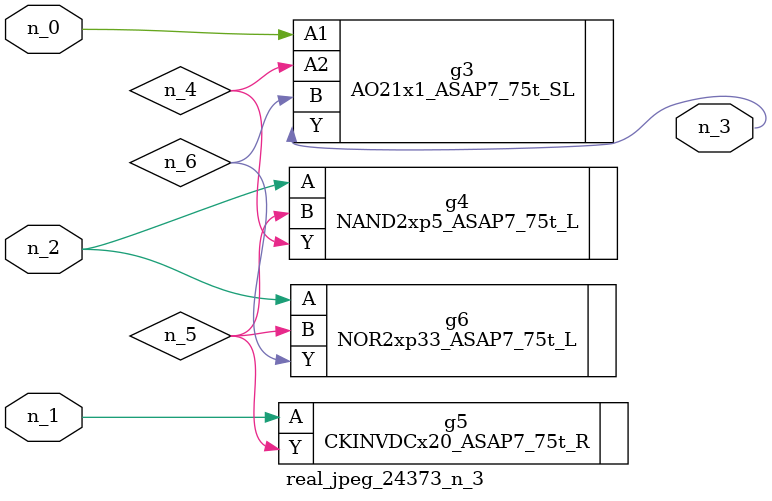
<source format=v>
module real_jpeg_24373_n_3 (n_1, n_0, n_2, n_3);

input n_1;
input n_0;
input n_2;

output n_3;

wire n_5;
wire n_4;
wire n_6;

AO21x1_ASAP7_75t_SL g3 ( 
.A1(n_0),
.A2(n_4),
.B(n_6),
.Y(n_3)
);

CKINVDCx20_ASAP7_75t_R g5 ( 
.A(n_1),
.Y(n_5)
);

NAND2xp5_ASAP7_75t_L g4 ( 
.A(n_2),
.B(n_5),
.Y(n_4)
);

NOR2xp33_ASAP7_75t_L g6 ( 
.A(n_2),
.B(n_5),
.Y(n_6)
);


endmodule
</source>
